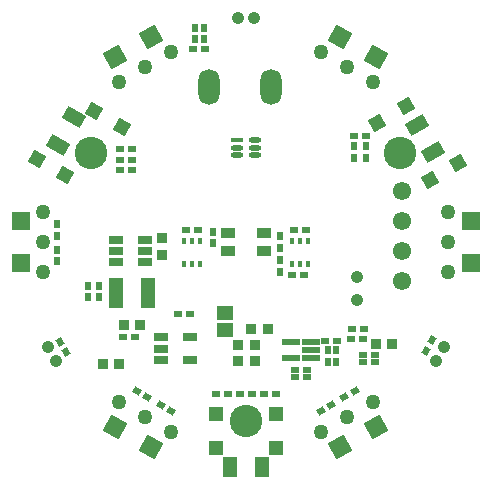
<source format=gts>
G04 Layer_Color=8388736*
%FSLAX25Y25*%
%MOIN*%
G70*
G01*
G75*
%ADD70O,0.04137X0.01775*%
%ADD71R,0.04137X0.01775*%
%ADD72P,0.08635X4X165.0*%
%ADD73R,0.06106X0.06106*%
%ADD74P,0.08635X4X285.0*%
%ADD75R,0.06106X0.01972*%
%ADD76R,0.01775X0.02169*%
%ADD77R,0.04531X0.03743*%
%ADD78R,0.04531X0.02759*%
%ADD79P,0.06407X4X75.0*%
%ADD80P,0.06407X4X195.0*%
%ADD81R,0.04531X0.04531*%
%ADD82R,0.05712X0.04531*%
%ADD83R,0.04531X0.10436*%
%ADD84R,0.02562X0.02169*%
%ADD85R,0.02169X0.02562*%
G04:AMPARAMS|DCode=86|XSize=21.69mil|YSize=25.62mil|CornerRadius=0mil|HoleSize=0mil|Usage=FLASHONLY|Rotation=210.000|XOffset=0mil|YOffset=0mil|HoleType=Round|Shape=Rectangle|*
%AMROTATEDRECTD86*
4,1,4,0.00298,0.01652,0.01580,-0.00567,-0.00298,-0.01652,-0.01580,0.00567,0.00298,0.01652,0.0*
%
%ADD86ROTATEDRECTD86*%

G04:AMPARAMS|DCode=87|XSize=21.69mil|YSize=25.62mil|CornerRadius=0mil|HoleSize=0mil|Usage=FLASHONLY|Rotation=330.000|XOffset=0mil|YOffset=0mil|HoleType=Round|Shape=Rectangle|*
%AMROTATEDRECTD87*
4,1,4,-0.01580,-0.00567,-0.00298,0.01652,0.01580,0.00567,0.00298,-0.01652,-0.01580,-0.00567,0.0*
%
%ADD87ROTATEDRECTD87*%

G04:AMPARAMS|DCode=88|XSize=21.69mil|YSize=25.62mil|CornerRadius=0mil|HoleSize=0mil|Usage=FLASHONLY|Rotation=60.000|XOffset=0mil|YOffset=0mil|HoleType=Round|Shape=Rectangle|*
%AMROTATEDRECTD88*
4,1,4,0.00567,-0.01580,-0.01652,-0.00298,-0.00567,0.01580,0.01652,0.00298,0.00567,-0.01580,0.0*
%
%ADD88ROTATEDRECTD88*%

G04:AMPARAMS|DCode=89|XSize=21.69mil|YSize=25.62mil|CornerRadius=0mil|HoleSize=0mil|Usage=FLASHONLY|Rotation=120.000|XOffset=0mil|YOffset=0mil|HoleType=Round|Shape=Rectangle|*
%AMROTATEDRECTD89*
4,1,4,0.01652,-0.00298,-0.00567,-0.01580,-0.01652,0.00298,0.00567,0.01580,0.01652,-0.00298,0.0*
%
%ADD89ROTATEDRECTD89*%

%ADD90R,0.03350X0.03743*%
G04:AMPARAMS|DCode=91|XSize=68.93mil|YSize=45.31mil|CornerRadius=0mil|HoleSize=0mil|Usage=FLASHONLY|Rotation=330.000|XOffset=0mil|YOffset=0mil|HoleType=Round|Shape=Rectangle|*
%AMROTATEDRECTD91*
4,1,4,-0.04117,-0.00239,-0.01852,0.03685,0.04117,0.00239,0.01852,-0.03685,-0.04117,-0.00239,0.0*
%
%ADD91ROTATEDRECTD91*%

%ADD92R,0.04531X0.06893*%
G04:AMPARAMS|DCode=93|XSize=68.93mil|YSize=45.31mil|CornerRadius=0mil|HoleSize=0mil|Usage=FLASHONLY|Rotation=30.000|XOffset=0mil|YOffset=0mil|HoleType=Round|Shape=Rectangle|*
%AMROTATEDRECTD93*
4,1,4,-0.01852,-0.03685,-0.04117,0.00239,0.01852,0.03685,0.04117,-0.00239,-0.01852,-0.03685,0.0*
%
%ADD93ROTATEDRECTD93*%

%ADD94R,0.03743X0.03350*%
%ADD95R,0.04531X0.02562*%
%ADD96C,0.04137*%
%ADD97O,0.07090X0.12011*%
%ADD98C,0.06106*%
%ADD99C,0.05000*%
%ADD100C,0.10830*%
D70*
X85453Y111441D02*
D03*
Y114000D02*
D03*
Y116559D02*
D03*
X79547Y111441D02*
D03*
Y114000D02*
D03*
D71*
Y116559D02*
D03*
D72*
X39033Y144008D02*
D03*
X50967Y150897D02*
D03*
X125967Y20993D02*
D03*
X114033Y14103D02*
D03*
D73*
X7500Y75611D02*
D03*
Y89390D02*
D03*
X157500Y89389D02*
D03*
Y75610D02*
D03*
D74*
X50966Y14103D02*
D03*
X39033Y20993D02*
D03*
X114034Y150897D02*
D03*
X125967Y144007D02*
D03*
D75*
X97654Y49059D02*
D03*
Y43941D02*
D03*
X104347Y49059D02*
D03*
Y46500D02*
D03*
Y43941D02*
D03*
D76*
X67059Y75260D02*
D03*
X64500D02*
D03*
X61941D02*
D03*
Y82740D02*
D03*
X64500D02*
D03*
X67059D02*
D03*
X103059Y75260D02*
D03*
X100500D02*
D03*
X97941D02*
D03*
Y82740D02*
D03*
X100500D02*
D03*
X103059D02*
D03*
D77*
X76575Y85453D02*
D03*
Y79547D02*
D03*
X88425Y85453D02*
D03*
Y79547D02*
D03*
D78*
X54276Y50740D02*
D03*
Y47000D02*
D03*
Y43260D02*
D03*
X63724D02*
D03*
Y50740D02*
D03*
D79*
X135773Y127756D02*
D03*
X126227Y122244D02*
D03*
X143727Y103244D02*
D03*
X153273Y108756D02*
D03*
D80*
X31727Y126256D02*
D03*
X41273Y120744D02*
D03*
X22273Y104744D02*
D03*
X12727Y110256D02*
D03*
D81*
X72402Y13988D02*
D03*
Y25012D02*
D03*
X92500D02*
D03*
Y13988D02*
D03*
D82*
X75500Y53047D02*
D03*
Y58953D02*
D03*
D83*
X39185Y65500D02*
D03*
X49815D02*
D03*
D84*
X122468Y118000D02*
D03*
X118532D02*
D03*
X98532Y86500D02*
D03*
X102469D02*
D03*
X98032Y71500D02*
D03*
X101969D02*
D03*
X62532Y86500D02*
D03*
X66469D02*
D03*
X44469Y106500D02*
D03*
X40532D02*
D03*
X44469Y110000D02*
D03*
X40532D02*
D03*
X44469Y113500D02*
D03*
X40532D02*
D03*
X72531Y32000D02*
D03*
X76468D02*
D03*
X92469D02*
D03*
X88532D02*
D03*
X80532D02*
D03*
X84469D02*
D03*
X63968Y58500D02*
D03*
X60031D02*
D03*
X45469Y51000D02*
D03*
X41532D02*
D03*
X121968Y53500D02*
D03*
X118032D02*
D03*
X102969Y37500D02*
D03*
X99032D02*
D03*
X117513Y50013D02*
D03*
X121450D02*
D03*
X121531Y45000D02*
D03*
X125469D02*
D03*
X121531Y42500D02*
D03*
X125469D02*
D03*
X99032Y40000D02*
D03*
X102969D02*
D03*
X112969Y49430D02*
D03*
X109031D02*
D03*
X68968Y147000D02*
D03*
X65031D02*
D03*
D85*
X118500Y114469D02*
D03*
Y110531D02*
D03*
X122500Y114469D02*
D03*
Y110531D02*
D03*
X94000Y84469D02*
D03*
Y80532D02*
D03*
X71500Y82032D02*
D03*
Y85969D02*
D03*
X19500Y79969D02*
D03*
Y76032D02*
D03*
X33500Y67968D02*
D03*
Y64031D02*
D03*
X30000Y67968D02*
D03*
Y64031D02*
D03*
X19500Y84531D02*
D03*
Y88468D02*
D03*
X94000Y76500D02*
D03*
Y72563D02*
D03*
X110000Y42531D02*
D03*
Y46468D02*
D03*
X112500Y42531D02*
D03*
Y46468D02*
D03*
X65500Y150031D02*
D03*
Y153969D02*
D03*
X68500D02*
D03*
Y150031D02*
D03*
D86*
X22484Y45795D02*
D03*
X20516Y49205D02*
D03*
D87*
X142516Y46295D02*
D03*
X144484Y49705D02*
D03*
D88*
X57477Y26222D02*
D03*
X54067Y28190D02*
D03*
X46274Y32690D02*
D03*
X49684Y30722D02*
D03*
D89*
X115317Y30722D02*
D03*
X118727Y32690D02*
D03*
X110933Y28190D02*
D03*
X107523Y26222D02*
D03*
D90*
X131256Y48500D02*
D03*
X125744D02*
D03*
X34744Y42000D02*
D03*
X40256D02*
D03*
X84244Y53500D02*
D03*
X89756D02*
D03*
X47256Y55000D02*
D03*
X41744D02*
D03*
D91*
X19842Y114897D02*
D03*
X25157Y124103D02*
D03*
D92*
X87815Y7500D02*
D03*
X77185D02*
D03*
D93*
X144824Y112346D02*
D03*
X139509Y121552D02*
D03*
D94*
X80000Y42744D02*
D03*
Y48256D02*
D03*
X54500Y83756D02*
D03*
Y78244D02*
D03*
X85500Y48256D02*
D03*
Y42744D02*
D03*
D95*
X39276Y75760D02*
D03*
Y79500D02*
D03*
Y83240D02*
D03*
X48724D02*
D03*
Y79500D02*
D03*
Y75760D02*
D03*
D96*
X119437Y70740D02*
D03*
Y63260D02*
D03*
X19076Y42928D02*
D03*
X16518Y47360D02*
D03*
X148483D02*
D03*
X145924Y42928D02*
D03*
X79941Y157213D02*
D03*
X85059D02*
D03*
D97*
X70067Y134248D02*
D03*
X90933D02*
D03*
D98*
X134500Y69508D02*
D03*
Y79508D02*
D03*
Y89508D02*
D03*
Y99508D02*
D03*
D99*
X57410Y145975D02*
D03*
X48750Y140975D02*
D03*
X40090Y135975D02*
D03*
X15000Y92500D02*
D03*
Y82500D02*
D03*
Y72500D02*
D03*
X40090Y29043D02*
D03*
X48750Y24043D02*
D03*
X57410Y19043D02*
D03*
X107590D02*
D03*
X116250Y24043D02*
D03*
X124910Y29043D02*
D03*
X150000Y72500D02*
D03*
Y82500D02*
D03*
Y92500D02*
D03*
X124910Y135957D02*
D03*
X116250Y140957D02*
D03*
X107590Y145957D02*
D03*
D100*
X82500Y23000D02*
D03*
X30972Y112250D02*
D03*
X134029D02*
D03*
M02*

</source>
